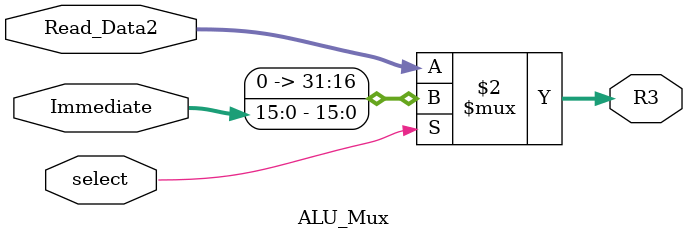
<source format=v>
`timescale 1ns / 1ps


module ALU_Mux(
    input[31:0] Read_Data2,
    input[15:0] Immediate,
    input select,
    output [31:0] R3  
);

wire [31:0] Intermediate_Immediate;
/*
assign Intermediate_Immediate[15:0] = Immediate[15:0];

assign Intermediate_Immediate[31:16] = Immediate[15] ? 16'd1: 16'd0;

assign R3 = (select == 1) ? Intermediate_Immediate : Read_Data2;
 */
assign R3 = (select == 1) ? {16'b0, Immediate} : Read_Data2;

endmodule

</source>
